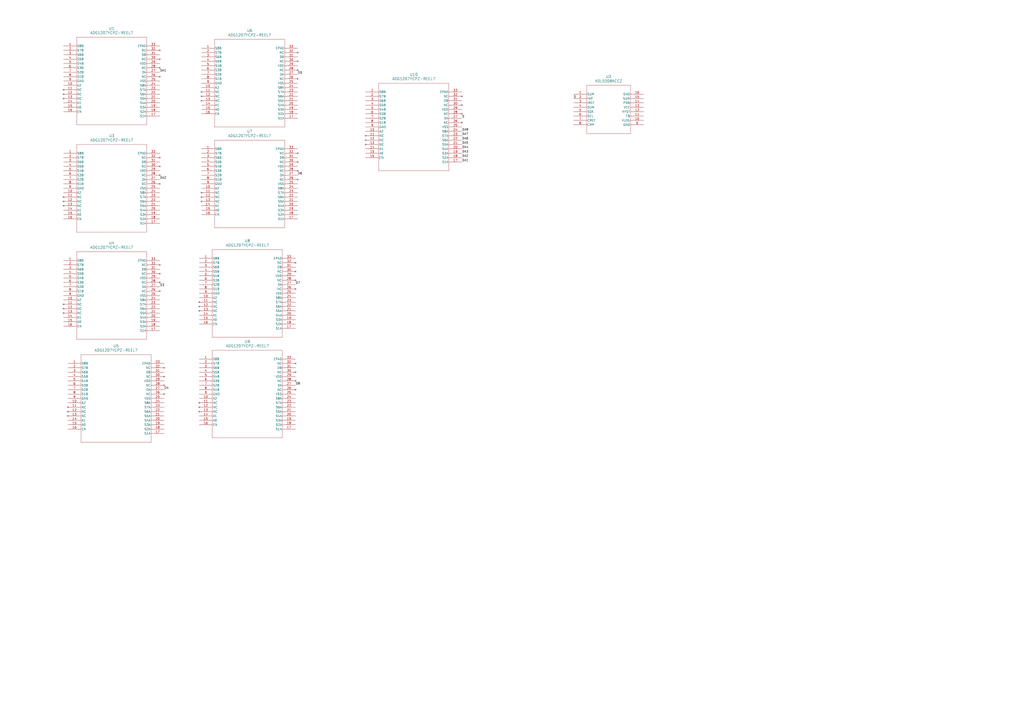
<source format=kicad_sch>
(kicad_sch (version 20230121) (generator eeschema)
  (paper "A2")
  (lib_symbols
    (symbol "ADG_new:ADG1207YCPZ-REEL7" (pin_names (offset 0.254))
      (property "Reference" "U" (at 27.94 10.16 0))
      (property "Value" "ADG1207YCPZ-REEL7" (at 27.94 7.62 0))
      (symbol "ADG1207YCPZ-REEL7_0_1"
        (polyline (pts (xy 7.62 -45.72) (xy 48.26 -45.72)) (stroke (width 0.127)))
        (polyline (pts (xy 7.62 5.08) (xy 7.62 -45.72)) (stroke (width 0.127)))
        (polyline (pts (xy 48.26 -45.72) (xy 48.26 5.08)) (stroke (width 0.127)))
        (polyline (pts (xy 48.26 5.08) (xy 7.62 5.08)) (stroke (width 0.127)))
        (pin bidirectional line (at 0 0 0) (length 7.62) (name "S8B") (number "1"))
        (pin input line (at 0 -22.86 0) (length 7.62) (name "A2") (number "10"))
        (pin no_connect line (at 0 -25.4 0) (length 7.62) (name "NC") (number "11"))
        (pin no_connect line (at 0 -27.94 0) (length 7.62) (name "NC") (number "12"))
        (pin no_connect line (at 0 -30.48 0) (length 7.62) (name "NC") (number "13"))
        (pin input line (at 0 -33.02 0) (length 7.62) (name "A1") (number "14"))
        (pin input line (at 0 -35.56 0) (length 7.62) (name "A0") (number "15"))
        (pin input line (at 0 -38.1 0) (length 7.62) (name "EN") (number "16"))
        (pin bidirectional line (at 55.88 -40.64 180) (length 7.62) (name "S1A") (number "17"))
        (pin bidirectional line (at 55.88 -38.1 180) (length 7.62) (name "S2A") (number "18"))
        (pin bidirectional line (at 55.88 -35.56 180) (length 7.62) (name "S3A") (number "19"))
        (pin bidirectional line (at 0 -2.54 0) (length 7.62) (name "S7B") (number "2"))
        (pin bidirectional line (at 55.88 -33.02 180) (length 7.62) (name "S4A") (number "20"))
        (pin bidirectional line (at 55.88 -30.48 180) (length 7.62) (name "S5A") (number "21"))
        (pin bidirectional line (at 55.88 -27.94 180) (length 7.62) (name "S6A") (number "22"))
        (pin bidirectional line (at 55.88 -25.4 180) (length 7.62) (name "S7A") (number "23"))
        (pin bidirectional line (at 55.88 -22.86 180) (length 7.62) (name "S8A") (number "24"))
        (pin power_in line (at 55.88 -20.32 180) (length 7.62) (name "VSS") (number "25"))
        (pin no_connect line (at 55.88 -17.78 180) (length 7.62) (name "NC") (number "26"))
        (pin bidirectional line (at 55.88 -15.24 180) (length 7.62) (name "DA") (number "27"))
        (pin no_connect line (at 55.88 -12.7 180) (length 7.62) (name "NC") (number "28"))
        (pin power_in line (at 55.88 -10.16 180) (length 7.62) (name "VDD") (number "29"))
        (pin bidirectional line (at 0 -5.08 0) (length 7.62) (name "S6B") (number "3"))
        (pin no_connect line (at 55.88 -7.62 180) (length 7.62) (name "NC") (number "30"))
        (pin bidirectional line (at 55.88 -5.08 180) (length 7.62) (name "DB") (number "31"))
        (pin no_connect line (at 55.88 -2.54 180) (length 7.62) (name "NC") (number "32"))
        (pin unspecified line (at 55.88 0 180) (length 7.62) (name "EPAD") (number "33"))
        (pin bidirectional line (at 0 -7.62 0) (length 7.62) (name "S5B") (number "4"))
        (pin bidirectional line (at 0 -10.16 0) (length 7.62) (name "S4B") (number "5"))
        (pin bidirectional line (at 0 -12.7 0) (length 7.62) (name "S3B") (number "6"))
        (pin bidirectional line (at 0 -15.24 0) (length 7.62) (name "S2B") (number "7"))
        (pin bidirectional line (at 0 -17.78 0) (length 7.62) (name "S1B") (number "8"))
        (pin power_in line (at 0 -20.32 0) (length 7.62) (name "GND") (number "9"))
      )
    )
    (symbol "ADL_new:ADL5308ACCZ" (pin_names (offset 0.254))
      (property "Reference" "U" (at 20.32 10.16 0))
      (property "Value" "ADL5308ACCZ" (at 20.32 7.62 0))
      (symbol "ADL5308ACCZ_0_1"
        (polyline (pts (xy 7.62 -22.86) (xy 33.02 -22.86)) (stroke (width 0.127)))
        (polyline (pts (xy 7.62 5.08) (xy 7.62 -22.86)) (stroke (width 0.127)))
        (polyline (pts (xy 33.02 -22.86) (xy 33.02 5.08)) (stroke (width 0.127)))
        (polyline (pts (xy 33.02 5.08) (xy 7.62 5.08)) (stroke (width 0.127)))
        (pin unspecified line (at 0 0 0) (length 7.62) (name "SUM") (number "1"))
        (pin output line (at 40.64 -15.24 180) (length 7.62) (name "VLOG") (number "10"))
        (pin input line (at 40.64 -12.7 180) (length 7.62) (name "FB") (number "11"))
        (pin unspecified line (at 40.64 -10.16 180) (length 7.62) (name "HYST") (number "12"))
        (pin power_in line (at 40.64 -7.62 180) (length 7.62) (name "VCC") (number "13"))
        (pin power_in line (at 40.64 -5.08 180) (length 7.62) (name "PDB") (number "14"))
        (pin unspecified line (at 40.64 -2.54 180) (length 7.62) (name "SUM") (number "15"))
        (pin power_out line (at 40.64 0 180) (length 7.62) (name "GND") (number "16"))
        (pin input line (at 0 -2.54 0) (length 7.62) (name "INP") (number "2"))
        (pin input line (at 0 -5.08 0) (length 7.62) (name "IREF") (number "3"))
        (pin unspecified line (at 0 -7.62 0) (length 7.62) (name "SUM") (number "4"))
        (pin bidirectional line (at 0 -10.16 0) (length 7.62) (name "SDA") (number "5"))
        (pin input line (at 0 -12.7 0) (length 7.62) (name "SCL") (number "6"))
        (pin power_in line (at 0 -15.24 0) (length 7.62) (name "CREF") (number "7"))
        (pin power_in line (at 0 -17.78 0) (length 7.62) (name "CMP") (number "8"))
        (pin power_out line (at 40.64 -17.78 180) (length 7.62) (name "GND") (number "9"))
      )
    )
  )
  (label "D8" (at 171.45 223.52 0))
  (label "DA4" (at 267.97 86.36 0))
  (label "DA7" (at 267.97 78.74 0))
  (label "D3" (at 92.71 166.37 0))
  (label "DA8" (at 267.97 76.2 0))
  (label "D4" (at 95.25 226.06 0))
  (label "D5" (at 172.72 43.18 0))
  (label "DA2" (at 267.97 91.44 0))
  (label "DA6" (at 267.97 81.28 0))
  (label "D7" (at 171.45 165.1 0))
  (label "DA1" (at 92.71 41.91 0))
  (label "D" (at 332.74 57.15 0))
  (label "D" (at 267.97 68.58 0))
  (label "DA1" (at 267.97 93.98 0))
  (label "D6" (at 172.72 101.6 0))
  (label "DA5" (at 267.97 83.82 0))
  (label "DA3" (at 267.97 88.9 0))
  (label "DA2" (at 92.71 104.14 0))
  (symbol (lib_id "ADG_new:ADG1207YCPZ-REEL7") (at 36.83 26.67 0) (unit 1)
    (property "Reference" "U1" (at 64.77 16.51 0) (effects (font (size 1.524 1.524))))
    (property "Value" "ADG1207YCPZ-REEL7" (at 64.77 19.05 0) (effects (font (size 1.524 1.524))))
    (property "Footprint" "CP_32_2_ADI" (effects hide))
    (property "Datasheet" "ADG1207YCPZ-REEL7" (effects hide))
  )
  (symbol (lib_id "ADG_new:ADG1207YCPZ-REEL7") (at 116.84 27.94 0) (unit 1)
    (property "Reference" "U6" (at 144.78 17.78 0) (effects (font (size 1.524 1.524))))
    (property "Value" "ADG1207YCPZ-REEL7" (at 144.78 20.32 0) (effects (font (size 1.524 1.524))))
    (property "Footprint" "CP_32_2_ADI" (effects hide))
    (property "Datasheet" "ADG1207YCPZ-REEL7" (effects hide))
  )
  (symbol (lib_id "ADG_new:ADG1207YCPZ-REEL7") (at 115.57 149.86 0) (unit 1)
    (property "Reference" "U8" (at 143.51 139.7 0) (effects (font (size 1.524 1.524))))
    (property "Value" "ADG1207YCPZ-REEL7" (at 143.51 142.24 0) (effects (font (size 1.524 1.524))))
    (property "Footprint" "CP_32_2_ADI" (effects hide))
    (property "Datasheet" "ADG1207YCPZ-REEL7" (effects hide))
  )
  (symbol (lib_id "ADG_new:ADG1207YCPZ-REEL7") (at 36.83 151.13 0) (unit 1)
    (property "Reference" "U4" (at 64.77 140.97 0) (effects (font (size 1.524 1.524))))
    (property "Value" "ADG1207YCPZ-REEL7" (at 64.77 143.51 0) (effects (font (size 1.524 1.524))))
    (property "Footprint" "CP_32_2_ADI" (effects hide))
    (property "Datasheet" "ADG1207YCPZ-REEL7" (effects hide))
  )
  (symbol (lib_id "ADG_new:ADG1207YCPZ-REEL7") (at 36.83 88.9 0) (unit 1)
    (property "Reference" "U3" (at 64.77 78.74 0) (effects (font (size 1.524 1.524))))
    (property "Value" "ADG1207YCPZ-REEL7" (at 64.77 81.28 0) (effects (font (size 1.524 1.524))))
    (property "Footprint" "CP_32_2_ADI" (effects hide))
    (property "Datasheet" "ADG1207YCPZ-REEL7" (effects hide))
  )
  (symbol (lib_id "ADG_new:ADG1207YCPZ-REEL7") (at 115.57 208.28 0) (unit 1)
    (property "Reference" "U9" (at 143.51 198.12 0) (effects (font (size 1.524 1.524))))
    (property "Value" "ADG1207YCPZ-REEL7" (at 143.51 200.66 0) (effects (font (size 1.524 1.524))))
    (property "Footprint" "CP_32_2_ADI" (effects hide))
    (property "Datasheet" "ADG1207YCPZ-REEL7" (effects hide))
  )
  (symbol (lib_id "ADG_new:ADG1207YCPZ-REEL7") (at 212.09 53.34 0) (unit 1)
    (property "Reference" "U10" (at 240.03 43.18 0) (effects (font (size 1.524 1.524))))
    (property "Value" "ADG1207YCPZ-REEL7" (at 240.03 45.72 0) (effects (font (size 1.524 1.524))))
    (property "Footprint" "CP_32_2_ADI" (effects hide))
    (property "Datasheet" "ADG1207YCPZ-REEL7" (effects hide))
  )
  (symbol (lib_id "ADG_new:ADG1207YCPZ-REEL7") (at 39.37 210.82 0) (unit 1)
    (property "Reference" "U5" (at 67.31 200.66 0) (effects (font (size 1.524 1.524))))
    (property "Value" "ADG1207YCPZ-REEL7" (at 67.31 203.2 0) (effects (font (size 1.524 1.524))))
    (property "Footprint" "CP_32_2_ADI" (effects hide))
    (property "Datasheet" "ADG1207YCPZ-REEL7" (effects hide))
  )
  (symbol (lib_id "ADL_new:ADL5308ACCZ") (at 332.74 54.61 0) (unit 1)
    (property "Reference" "U2" (at 353.06 44.45 0) (effects (font (size 1.524 1.524))))
    (property "Value" "ADL5308ACCZ" (at 353.06 46.99 0) (effects (font (size 1.524 1.524))))
    (property "Footprint" "CC-14-4_ADI" (effects hide))
    (property "Datasheet" "ADL5308ACCZ" (effects hide))
  )
  (symbol (lib_id "ADG_new:ADG1207YCPZ-REEL7") (at 116.84 86.36 0) (unit 1)
    (property "Reference" "U7" (at 144.78 76.2 0) (effects (font (size 1.524 1.524))))
    (property "Value" "ADG1207YCPZ-REEL7" (at 144.78 78.74 0) (effects (font (size 1.524 1.524))))
    (property "Footprint" "CP_32_2_ADI" (effects hide))
    (property "Datasheet" "ADG1207YCPZ-REEL7" (effects hide))
  )
)
</source>
